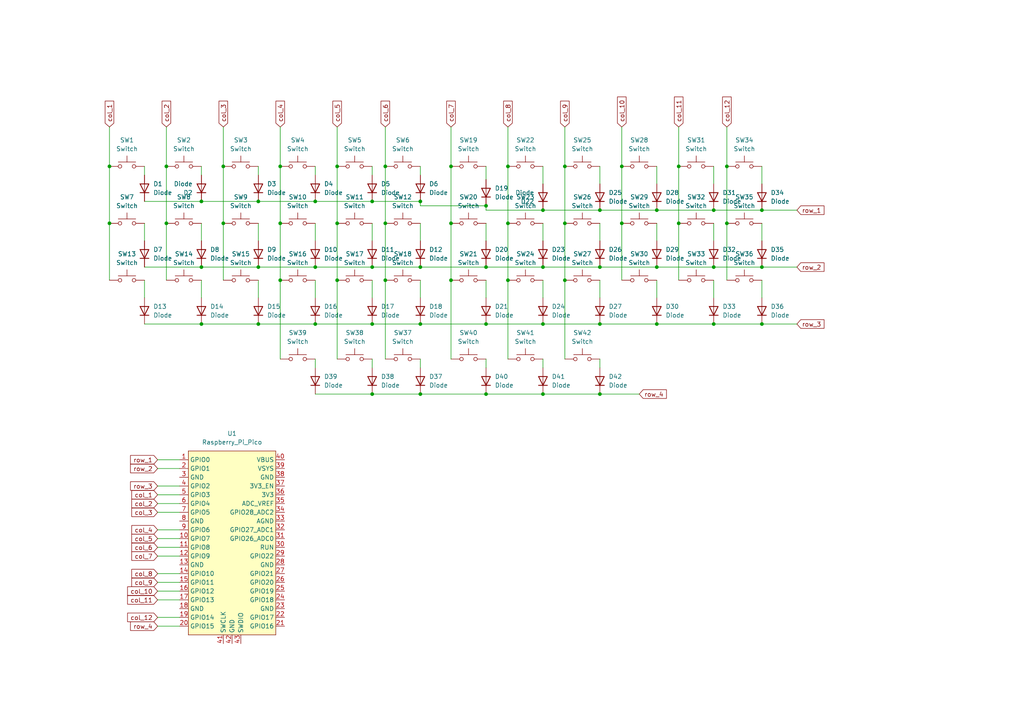
<source format=kicad_sch>
(kicad_sch (version 20231120) (generator "eeschema") (generator_version "8.0")
  (paper "A4")
  (lib_symbols
    (symbol "Keboards:MCU_Raspberry_Pi_Pico"
      (property "Reference" "U" (at 0 0 0))
      (property "Value" "Raspberry_Pi_Pico" (at 0 27.94 0))
      (symbol "MCU_Raspberry_Pi_Pico_0_1"
        (rectangle (start -12.7 26.67) (end 12.7 -26.67) (fill (type background)))
      )
      (symbol "MCU_Raspberry_Pi_Pico_1_1"
        (pin bidirectional line (at -15.24 24.13 0) (length 2.54) (name "GPIO0") (number "1"))
        (pin bidirectional line (at -15.24 1.27 0) (length 2.54) (name "GPIO7") (number "10"))
        (pin bidirectional line (at -15.24 -1.27 0) (length 2.54) (name "GPIO8") (number "11"))
        (pin bidirectional line (at -15.24 -3.81 0) (length 2.54) (name "GPIO9") (number "12"))
        (pin power_in line (at -15.24 -6.35 0) (length 2.54) (name "GND") (number "13"))
        (pin bidirectional line (at -15.24 -8.89 0) (length 2.54) (name "GPIO10") (number "14"))
        (pin bidirectional line (at -15.24 -11.43 0) (length 2.54) (name "GPIO11") (number "15"))
        (pin bidirectional line (at -15.24 -13.97 0) (length 2.54) (name "GPIO12") (number "16"))
        (pin bidirectional line (at -15.24 -16.51 0) (length 2.54) (name "GPIO13") (number "17"))
        (pin power_in line (at -15.24 -19.05 0) (length 2.54) (name "GND") (number "18"))
        (pin bidirectional line (at -15.24 -21.59 0) (length 2.54) (name "GPIO14") (number "19"))
        (pin bidirectional line (at -15.24 21.59 0) (length 2.54) (name "GPIO1") (number "2"))
        (pin bidirectional line (at -15.24 -24.13 0) (length 2.54) (name "GPIO15") (number "20"))
        (pin bidirectional line (at 15.24 -24.13 180) (length 2.54) (name "GPIO16") (number "21"))
        (pin bidirectional line (at 15.24 -21.59 180) (length 2.54) (name "GPIO17") (number "22"))
        (pin power_in line (at 15.24 -19.05 180) (length 2.54) (name "GND") (number "23"))
        (pin bidirectional line (at 15.24 -16.51 180) (length 2.54) (name "GPIO18") (number "24"))
        (pin bidirectional line (at 15.24 -13.97 180) (length 2.54) (name "GPIO19") (number "25"))
        (pin bidirectional line (at 15.24 -11.43 180) (length 2.54) (name "GPIO20") (number "26"))
        (pin bidirectional line (at 15.24 -8.89 180) (length 2.54) (name "GPIO21") (number "27"))
        (pin power_in line (at 15.24 -6.35 180) (length 2.54) (name "GND") (number "28"))
        (pin bidirectional line (at 15.24 -3.81 180) (length 2.54) (name "GPIO22") (number "29"))
        (pin power_in line (at -15.24 19.05 0) (length 2.54) (name "GND") (number "3"))
        (pin input line (at 15.24 -1.27 180) (length 2.54) (name "RUN") (number "30"))
        (pin bidirectional line (at 15.24 1.27 180) (length 2.54) (name "GPIO26_ADC0") (number "31"))
        (pin bidirectional line (at 15.24 3.81 180) (length 2.54) (name "GPIO27_ADC1") (number "32"))
        (pin power_in line (at 15.24 6.35 180) (length 2.54) (name "AGND") (number "33"))
        (pin bidirectional line (at 15.24 8.89 180) (length 2.54) (name "GPIO28_ADC2") (number "34"))
        (pin power_in line (at 15.24 11.43 180) (length 2.54) (name "ADC_VREF") (number "35"))
        (pin power_in line (at 15.24 13.97 180) (length 2.54) (name "3V3") (number "36"))
        (pin input line (at 15.24 16.51 180) (length 2.54) (name "3V3_EN") (number "37"))
        (pin bidirectional line (at 15.24 19.05 180) (length 2.54) (name "GND") (number "38"))
        (pin power_in line (at 15.24 21.59 180) (length 2.54) (name "VSYS") (number "39"))
        (pin bidirectional line (at -15.24 16.51 0) (length 2.54) (name "GPIO2") (number "4"))
        (pin power_in line (at 15.24 24.13 180) (length 2.54) (name "VBUS") (number "40"))
        (pin input line (at -2.54 -29.21 90) (length 2.54) (name "SWCLK") (number "41"))
        (pin power_in line (at 0 -29.21 90) (length 2.54) (name "GND") (number "42"))
        (pin bidirectional line (at 2.54 -29.21 90) (length 2.54) (name "SWDIO") (number "43"))
        (pin bidirectional line (at -15.24 13.97 0) (length 2.54) (name "GPIO3") (number "5"))
        (pin bidirectional line (at -15.24 11.43 0) (length 2.54) (name "GPIO4") (number "6"))
        (pin bidirectional line (at -15.24 8.89 0) (length 2.54) (name "GPIO5") (number "7"))
        (pin power_in line (at -15.24 6.35 0) (length 2.54) (name "GND") (number "8"))
        (pin bidirectional line (at -15.24 3.81 0) (length 2.54) (name "GPIO6") (number "9"))
      )
    )
    (symbol "Keboards:Placeholder_Diode" (pin_numbers hide) (pin_names hide)
      (property "Reference" "D" (at 0 2.54 0))
      (property "Value" "Diode" (at 0 -2.54 0))
      (symbol "Placeholder_Diode_0_1"
        (polyline (pts (xy -1.27 1.27) (xy -1.27 -1.27)) (stroke (width 0.254)))
        (polyline (pts (xy 1.27 0) (xy -1.27 0)))
        (polyline (pts (xy 1.27 1.27) (xy 1.27 -1.27) (xy -1.27 0) (xy 1.27 1.27)) (stroke (width 0.254)))
      )
      (symbol "Placeholder_Diode_1_1"
        (pin passive line (at -3.81 0 0) (length 2.54) (name "K") (number "1"))
        (pin passive line (at 3.81 0 180) (length 2.54) (name "A") (number "2"))
      )
    )
    (symbol "Keboards:Placeholder_Switch" (pin_numbers hide) (pin_names (offset 1.016) hide)
      (property "Reference" "SW" (at 1.27 2.54 0))
      (property "Value" "Switch" (at 0 -1.524 0))
      (symbol "Placeholder_Switch_0_1"
        (circle (center -2.032 0) (radius 0.508))
        (polyline (pts (xy 0 1.27) (xy 0 3.048)))
        (polyline (pts (xy 2.54 1.27) (xy -2.54 1.27)))
        (circle (center 2.032 0) (radius 0.508))
        (pin passive line (at -5.08 0 0) (length 2.54) (name "1") (number "1"))
        (pin passive line (at 5.08 0 180) (length 2.54) (name "2") (number "2"))
      )
    )
  )
  (junction (at 163.83 81.28))
  (junction (at 130.81 81.28))
  (junction (at 111.76 64.77))
  (junction (at 196.85 64.77))
  (junction (at 157.48 93.98))
  (junction (at 97.79 64.77))
  (junction (at 140.97 59.69))
  (junction (at 173.99 93.98))
  (junction (at 207.01 77.47))
  (junction (at 121.92 77.47))
  (junction (at 207.01 93.98))
  (junction (at 81.28 81.28))
  (junction (at 91.44 58.42))
  (junction (at 111.76 81.28))
  (junction (at 130.81 48.26))
  (junction (at 81.28 48.26))
  (junction (at 74.93 58.42))
  (junction (at 91.44 93.98))
  (junction (at 157.48 60.96))
  (junction (at 31.75 64.77))
  (junction (at 207.01 60.96))
  (junction (at 163.83 64.77))
  (junction (at 157.48 114.3))
  (junction (at 74.93 93.98))
  (junction (at 173.99 114.3))
  (junction (at 140.97 93.98))
  (junction (at 180.34 64.77))
  (junction (at 74.93 77.47))
  (junction (at 58.42 93.98))
  (junction (at 97.79 81.28))
  (junction (at 163.83 48.26))
  (junction (at 97.79 48.26))
  (junction (at 190.5 60.96))
  (junction (at 31.75 48.26))
  (junction (at 196.85 48.26))
  (junction (at 64.77 64.77))
  (junction (at 190.5 93.98))
  (junction (at 173.99 77.47))
  (junction (at 121.92 93.98))
  (junction (at 190.5 77.47))
  (junction (at 180.34 48.26))
  (junction (at 48.26 48.26))
  (junction (at 220.98 60.96))
  (junction (at 107.95 114.3))
  (junction (at 81.28 64.77))
  (junction (at 157.48 77.47))
  (junction (at 147.32 48.26))
  (junction (at 220.98 93.98))
  (junction (at 107.95 93.98))
  (junction (at 107.95 58.42))
  (junction (at 64.77 48.26))
  (junction (at 140.97 77.47))
  (junction (at 58.42 77.47))
  (junction (at 121.92 114.3))
  (junction (at 130.81 64.77))
  (junction (at 58.42 58.42))
  (junction (at 91.44 77.47))
  (junction (at 140.97 114.3))
  (junction (at 121.92 58.42))
  (junction (at 220.98 77.47))
  (junction (at 147.32 81.28))
  (junction (at 111.76 48.26))
  (junction (at 107.95 77.47))
  (junction (at 147.32 64.77))
  (junction (at 173.99 60.96))
  (junction (at 48.26 64.77))
  (junction (at 210.82 48.26))
  (junction (at 210.82 64.77))
  (wire (pts (xy 74.93 86.36) (xy 74.93 81.28)))
  (wire (pts (xy 81.28 48.26) (xy 81.28 64.77)))
  (wire (pts (xy 121.92 114.3) (xy 140.97 114.3)))
  (wire (pts (xy 107.95 69.85) (xy 107.95 64.77)))
  (wire (pts (xy 140.97 114.3) (xy 157.48 114.3)))
  (wire (pts (xy 31.75 36.83) (xy 31.75 48.26)))
  (wire (pts (xy 173.99 86.36) (xy 173.99 81.28)))
  (wire (pts (xy 140.97 77.47) (xy 157.48 77.47)))
  (wire (pts (xy 45.72 146.05) (xy 52.07 146.05)))
  (wire (pts (xy 45.72 158.75) (xy 52.07 158.75)))
  (wire (pts (xy 45.72 153.67) (xy 52.07 153.67)))
  (wire (pts (xy 190.5 93.98) (xy 207.01 93.98)))
  (wire (pts (xy 58.42 58.42) (xy 74.93 58.42)))
  (wire (pts (xy 97.79 48.26) (xy 97.79 64.77)))
  (wire (pts (xy 74.93 58.42) (xy 91.44 58.42)))
  (wire (pts (xy 45.72 173.99) (xy 52.07 173.99)))
  (wire (pts (xy 91.44 86.36) (xy 91.44 81.28)))
  (wire (pts (xy 91.44 50.8) (xy 91.44 48.26)))
  (wire (pts (xy 64.77 48.26) (xy 64.77 64.77)))
  (wire (pts (xy 107.95 93.98) (xy 121.92 93.98)))
  (wire (pts (xy 45.72 140.97) (xy 52.07 140.97)))
  (wire (pts (xy 121.92 86.36) (xy 121.92 81.28)))
  (wire (pts (xy 190.5 60.96) (xy 207.01 60.96)))
  (wire (pts (xy 58.42 93.98) (xy 74.93 93.98)))
  (wire (pts (xy 111.76 48.26) (xy 111.76 64.77)))
  (wire (pts (xy 45.72 171.45) (xy 52.07 171.45)))
  (wire (pts (xy 185.42 114.3) (xy 173.99 114.3)))
  (wire (pts (xy 173.99 77.47) (xy 190.5 77.47)))
  (wire (pts (xy 58.42 77.47) (xy 74.93 77.47)))
  (wire (pts (xy 173.99 93.98) (xy 190.5 93.98)))
  (wire (pts (xy 163.83 36.83) (xy 163.83 48.26)))
  (wire (pts (xy 74.93 77.47) (xy 91.44 77.47)))
  (wire (pts (xy 196.85 64.77) (xy 196.85 81.28)))
  (wire (pts (xy 121.92 58.42) (xy 121.92 59.69)))
  (wire (pts (xy 41.91 77.47) (xy 58.42 77.47)))
  (wire (pts (xy 121.92 50.8) (xy 121.92 48.26)))
  (wire (pts (xy 41.91 50.8) (xy 41.91 48.26)))
  (wire (pts (xy 173.99 69.85) (xy 173.99 64.77)))
  (wire (pts (xy 91.44 58.42) (xy 107.95 58.42)))
  (wire (pts (xy 111.76 36.83) (xy 111.76 48.26)))
  (wire (pts (xy 157.48 114.3) (xy 173.99 114.3)))
  (wire (pts (xy 48.26 48.26) (xy 48.26 64.77)))
  (wire (pts (xy 140.97 86.36) (xy 140.97 81.28)))
  (wire (pts (xy 130.81 64.77) (xy 130.81 81.28)))
  (wire (pts (xy 196.85 48.26) (xy 196.85 64.77)))
  (wire (pts (xy 207.01 69.85) (xy 207.01 64.77)))
  (wire (pts (xy 163.83 64.77) (xy 163.83 81.28)))
  (wire (pts (xy 111.76 64.77) (xy 111.76 81.28)))
  (wire (pts (xy 45.72 143.51) (xy 52.07 143.51)))
  (wire (pts (xy 231.14 60.96) (xy 220.98 60.96)))
  (wire (pts (xy 31.75 64.77) (xy 31.75 81.28)))
  (wire (pts (xy 107.95 58.42) (xy 121.92 58.42)))
  (wire (pts (xy 157.48 77.47) (xy 173.99 77.47)))
  (wire (pts (xy 220.98 86.36) (xy 220.98 81.28)))
  (wire (pts (xy 45.72 168.91) (xy 52.07 168.91)))
  (wire (pts (xy 190.5 77.47) (xy 207.01 77.47)))
  (wire (pts (xy 48.26 36.83) (xy 48.26 48.26)))
  (wire (pts (xy 31.75 48.26) (xy 31.75 64.77)))
  (wire (pts (xy 207.01 60.96) (xy 220.98 60.96)))
  (wire (pts (xy 210.82 64.77) (xy 210.82 81.28)))
  (wire (pts (xy 45.72 148.59) (xy 52.07 148.59)))
  (wire (pts (xy 140.97 93.98) (xy 157.48 93.98)))
  (wire (pts (xy 45.72 166.37) (xy 52.07 166.37)))
  (wire (pts (xy 107.95 50.8) (xy 107.95 48.26)))
  (wire (pts (xy 58.42 69.85) (xy 58.42 64.77)))
  (wire (pts (xy 64.77 36.83) (xy 64.77 48.26)))
  (wire (pts (xy 147.32 36.83) (xy 147.32 48.26)))
  (wire (pts (xy 140.97 106.68) (xy 140.97 104.14)))
  (wire (pts (xy 64.77 64.77) (xy 64.77 81.28)))
  (wire (pts (xy 190.5 69.85) (xy 190.5 64.77)))
  (wire (pts (xy 45.72 133.35) (xy 52.07 133.35)))
  (wire (pts (xy 173.99 106.68) (xy 173.99 104.14)))
  (wire (pts (xy 207.01 77.47) (xy 220.98 77.47)))
  (wire (pts (xy 207.01 53.34) (xy 207.01 48.26)))
  (wire (pts (xy 121.92 69.85) (xy 121.92 64.77)))
  (wire (pts (xy 140.97 52.07) (xy 140.97 48.26)))
  (wire (pts (xy 210.82 36.83) (xy 210.82 48.26)))
  (wire (pts (xy 45.72 135.89) (xy 52.07 135.89)))
  (wire (pts (xy 91.44 93.98) (xy 107.95 93.98)))
  (wire (pts (xy 74.93 50.8) (xy 74.93 48.26)))
  (wire (pts (xy 140.97 69.85) (xy 140.97 64.77)))
  (wire (pts (xy 107.95 114.3) (xy 121.92 114.3)))
  (wire (pts (xy 74.93 69.85) (xy 74.93 64.77)))
  (wire (pts (xy 74.93 93.98) (xy 91.44 93.98)))
  (wire (pts (xy 121.92 77.47) (xy 140.97 77.47)))
  (wire (pts (xy 91.44 77.47) (xy 107.95 77.47)))
  (wire (pts (xy 41.91 69.85) (xy 41.91 64.77)))
  (wire (pts (xy 107.95 86.36) (xy 107.95 81.28)))
  (wire (pts (xy 207.01 93.98) (xy 220.98 93.98)))
  (wire (pts (xy 91.44 69.85) (xy 91.44 64.77)))
  (wire (pts (xy 41.91 93.98) (xy 58.42 93.98)))
  (wire (pts (xy 180.34 48.26) (xy 180.34 64.77)))
  (wire (pts (xy 107.95 106.68) (xy 107.95 104.14)))
  (wire (pts (xy 130.81 81.28) (xy 130.81 104.14)))
  (wire (pts (xy 231.14 93.98) (xy 220.98 93.98)))
  (wire (pts (xy 58.42 50.8) (xy 58.42 48.26)))
  (wire (pts (xy 58.42 86.36) (xy 58.42 81.28)))
  (wire (pts (xy 111.76 81.28) (xy 111.76 104.14)))
  (wire (pts (xy 140.97 59.69) (xy 140.97 60.96)))
  (wire (pts (xy 41.91 58.42) (xy 58.42 58.42)))
  (wire (pts (xy 157.48 93.98) (xy 173.99 93.98)))
  (wire (pts (xy 190.5 53.34) (xy 190.5 48.26)))
  (wire (pts (xy 157.48 86.36) (xy 157.48 81.28)))
  (wire (pts (xy 45.72 181.61) (xy 52.07 181.61)))
  (wire (pts (xy 173.99 60.96) (xy 190.5 60.96)))
  (wire (pts (xy 220.98 77.47) (xy 231.14 77.47)))
  (wire (pts (xy 45.72 179.07) (xy 52.07 179.07)))
  (wire (pts (xy 130.81 36.83) (xy 130.81 48.26)))
  (wire (pts (xy 97.79 36.83) (xy 97.79 48.26)))
  (wire (pts (xy 81.28 36.83) (xy 81.28 48.26)))
  (wire (pts (xy 220.98 69.85) (xy 220.98 64.77)))
  (wire (pts (xy 220.98 53.34) (xy 220.98 48.26)))
  (wire (pts (xy 91.44 106.68) (xy 91.44 104.14)))
  (wire (pts (xy 97.79 81.28) (xy 97.79 104.14)))
  (wire (pts (xy 157.48 106.68) (xy 157.48 104.14)))
  (wire (pts (xy 107.95 77.47) (xy 121.92 77.47)))
  (wire (pts (xy 207.01 86.36) (xy 207.01 81.28)))
  (wire (pts (xy 157.48 69.85) (xy 157.48 64.77)))
  (wire (pts (xy 81.28 64.77) (xy 81.28 81.28)))
  (wire (pts (xy 45.72 161.29) (xy 52.07 161.29)))
  (wire (pts (xy 180.34 36.83) (xy 180.34 48.26)))
  (wire (pts (xy 163.83 81.28) (xy 163.83 104.14)))
  (wire (pts (xy 157.48 60.96) (xy 173.99 60.96)))
  (wire (pts (xy 147.32 81.28) (xy 147.32 104.14)))
  (wire (pts (xy 163.83 48.26) (xy 163.83 64.77)))
  (wire (pts (xy 196.85 36.83) (xy 196.85 48.26)))
  (wire (pts (xy 121.92 93.98) (xy 140.97 93.98)))
  (wire (pts (xy 48.26 64.77) (xy 48.26 81.28)))
  (wire (pts (xy 130.81 48.26) (xy 130.81 64.77)))
  (wire (pts (xy 121.92 106.68) (xy 121.92 104.14)))
  (wire (pts (xy 157.48 53.34) (xy 157.48 48.26)))
  (wire (pts (xy 173.99 53.34) (xy 173.99 48.26)))
  (wire (pts (xy 190.5 86.36) (xy 190.5 81.28)))
  (wire (pts (xy 81.28 81.28) (xy 81.28 104.14)))
  (wire (pts (xy 147.32 48.26) (xy 147.32 64.77)))
  (wire (pts (xy 147.32 64.77) (xy 147.32 81.28)))
  (wire (pts (xy 41.91 86.36) (xy 41.91 81.28)))
  (wire (pts (xy 91.44 114.3) (xy 107.95 114.3)))
  (wire (pts (xy 45.72 156.21) (xy 52.07 156.21)))
  (wire (pts (xy 140.97 60.96) (xy 157.48 60.96)))
  (wire (pts (xy 97.79 64.77) (xy 97.79 81.28)))
  (wire (pts (xy 210.82 48.26) (xy 210.82 64.77)))
  (wire (pts (xy 180.34 64.77) (xy 180.34 81.28)))
  (wire (pts (xy 121.92 59.69) (xy 140.97 59.69)))
  (global_label "col_6" (shape input) (at 111.76 36.83 90) (property "Intersheetrefs" "${INTERSHEET_REFS}" (effects (hide yes))))
  (global_label "col_11" (shape input) (at 196.85 36.83 90) (property "Intersheetrefs" "${INTERSHEET_REFS}" (effects (hide yes))))
  (global_label "col_6" (shape input) (at 45.72 158.75 180) (property "Intersheetrefs" "${INTERSHEET_REFS}" (effects (hide yes))))
  (global_label "col_10" (shape input) (at 180.34 36.83 90) (property "Intersheetrefs" "${INTERSHEET_REFS}" (effects (hide yes))))
  (global_label "col_9" (shape input) (at 45.72 168.91 180) (property "Intersheetrefs" "${INTERSHEET_REFS}" (effects (hide yes))))
  (global_label "row_2" (shape input) (at 45.72 135.89 180) (property "Intersheetrefs" "${INTERSHEET_REFS}" (effects (hide yes))))
  (global_label "col_12" (shape input) (at 45.72 179.07 180) (property "Intersheetrefs" "${INTERSHEET_REFS}" (effects (hide yes))))
  (global_label "col_2" (shape input) (at 45.72 146.05 180) (property "Intersheetrefs" "${INTERSHEET_REFS}" (effects (hide yes))))
  (global_label "row_3" (shape input) (at 231.14 93.98 0) (property "Intersheetrefs" "${INTERSHEET_REFS}" (effects (hide yes))))
  (global_label "col_10" (shape input) (at 45.72 171.45 180) (property "Intersheetrefs" "${INTERSHEET_REFS}" (effects (hide yes))))
  (global_label "col_2" (shape input) (at 48.26 36.83 90) (property "Intersheetrefs" "${INTERSHEET_REFS}" (effects (hide yes))))
  (global_label "col_4" (shape input) (at 81.28 36.83 90) (property "Intersheetrefs" "${INTERSHEET_REFS}" (effects (hide yes))))
  (global_label "col_3" (shape input) (at 45.72 148.59 180) (property "Intersheetrefs" "${INTERSHEET_REFS}" (effects (hide yes))))
  (global_label "col_5" (shape input) (at 45.72 156.21 180) (property "Intersheetrefs" "${INTERSHEET_REFS}" (effects (hide yes))))
  (global_label "col_9" (shape input) (at 163.83 36.83 90) (property "Intersheetrefs" "${INTERSHEET_REFS}" (effects (hide yes))))
  (global_label "col_1" (shape input) (at 31.75 36.83 90) (property "Intersheetrefs" "${INTERSHEET_REFS}" (effects (hide yes))))
  (global_label "col_5" (shape input) (at 97.79 36.83 90) (property "Intersheetrefs" "${INTERSHEET_REFS}" (effects (hide yes))))
  (global_label "col_8" (shape input) (at 147.32 36.83 90) (property "Intersheetrefs" "${INTERSHEET_REFS}" (effects (hide yes))))
  (global_label "row_4" (shape input) (at 45.72 181.61 180) (property "Intersheetrefs" "${INTERSHEET_REFS}" (effects (hide yes))))
  (global_label "row_1" (shape input) (at 45.72 133.35 180) (property "Intersheetrefs" "${INTERSHEET_REFS}" (effects (hide yes))))
  (global_label "row_4" (shape input) (at 185.42 114.3 0) (property "Intersheetrefs" "${INTERSHEET_REFS}" (effects (hide yes))))
  (global_label "col_3" (shape input) (at 64.77 36.83 90) (property "Intersheetrefs" "${INTERSHEET_REFS}" (effects (hide yes))))
  (global_label "col_8" (shape input) (at 45.72 166.37 180) (property "Intersheetrefs" "${INTERSHEET_REFS}" (effects (hide yes))))
  (global_label "col_7" (shape input) (at 130.81 36.83 90) (property "Intersheetrefs" "${INTERSHEET_REFS}" (effects (hide yes))))
  (global_label "col_7" (shape input) (at 45.72 161.29 180) (property "Intersheetrefs" "${INTERSHEET_REFS}" (effects (hide yes))))
  (global_label "col_11" (shape input) (at 45.72 173.99 180) (property "Intersheetrefs" "${INTERSHEET_REFS}" (effects (hide yes))))
  (global_label "row_2" (shape input) (at 231.14 77.47 0) (property "Intersheetrefs" "${INTERSHEET_REFS}" (effects (hide yes))))
  (global_label "col_12" (shape input) (at 210.82 36.83 90) (property "Intersheetrefs" "${INTERSHEET_REFS}" (effects (hide yes))))
  (global_label "col_4" (shape input) (at 45.72 153.67 180) (property "Intersheetrefs" "${INTERSHEET_REFS}" (effects (hide yes))))
  (global_label "col_1" (shape input) (at 45.72 143.51 180) (property "Intersheetrefs" "${INTERSHEET_REFS}" (effects (hide yes))))
  (global_label "row_3" (shape input) (at 45.72 140.97 180) (property "Intersheetrefs" "${INTERSHEET_REFS}" (effects (hide yes))))
  (global_label "row_1" (shape input) (at 231.14 60.96 0) (property "Intersheetrefs" "${INTERSHEET_REFS}" (effects (hide yes))))
  (symbol (lib_id "Keboards:Placeholder_Diode") (at 74.93 90.17 90) (unit 1)
    (property "Reference" "D15" (at 77.47 88.8999 90) (effects (justify right)))
    (property "Value" "Diode" (at 77.47 91.4399 90) (effects (justify right)))
    (property "Footprint" "ScottoKeebs_Components:Diode_SOD-123" (effects (hide yes)))
    (property "Description" "1N4148 (DO-35) or 1N4148W (SOD-123)" (effects (hide yes)))
    (property "Sim.Device" "D" (effects (hide yes)))
    (property "Sim.Pins" "1=K 2=A" (effects (hide yes)))
  )
  (symbol (lib_id "Keboards:Placeholder_Diode") (at 74.93 73.66 90) (unit 1)
    (property "Reference" "D9" (at 77.47 72.3899 90) (effects (justify right)))
    (property "Value" "Diode" (at 77.47 74.9299 90) (effects (justify right)))
    (property "Footprint" "ScottoKeebs_Components:Diode_SOD-123" (effects (hide yes)))
    (property "Description" "1N4148 (DO-35) or 1N4148W (SOD-123)" (effects (hide yes)))
    (property "Sim.Device" "D" (effects (hide yes)))
    (property "Sim.Pins" "1=K 2=A" (effects (hide yes)))
  )
  (symbol (lib_id "Keboards:Placeholder_Switch") (at 168.91 81.28 0) (unit 1)
    (property "Reference" "SW27" (at 168.91 73.66 0))
    (property "Value" "Switch" (at 168.91 76.2 0))
    (property "Footprint" "ScottoKeebs_Hotswap:Hotswap_MX_1.00u" (effects (hide yes)))
    (property "Description" "Push button switch, generic, two pins" (effects (hide yes)))
  )
  (symbol (lib_id "Keboards:Placeholder_Diode") (at 107.95 90.17 90) (unit 1)
    (property "Reference" "D17" (at 110.49 88.8999 90) (effects (justify right)))
    (property "Value" "Diode" (at 110.49 91.4399 90) (effects (justify right)))
    (property "Footprint" "ScottoKeebs_Components:Diode_SOD-123" (effects (hide yes)))
    (property "Description" "1N4148 (DO-35) or 1N4148W (SOD-123)" (effects (hide yes)))
    (property "Sim.Device" "D" (effects (hide yes)))
    (property "Sim.Pins" "1=K 2=A" (effects (hide yes)))
  )
  (symbol (lib_id "Keboards:Placeholder_Diode") (at 190.5 57.15 90) (unit 1)
    (property "Reference" "D28" (at 193.04 55.8799 90) (effects (justify right)))
    (property "Value" "Diode" (at 193.04 58.4199 90) (effects (justify right)))
    (property "Footprint" "ScottoKeebs_Components:Diode_SOD-123" (effects (hide yes)))
    (property "Description" "1N4148 (DO-35) or 1N4148W (SOD-123)" (effects (hide yes)))
    (property "Sim.Device" "D" (effects (hide yes)))
    (property "Sim.Pins" "1=K 2=A" (effects (hide yes)))
  )
  (symbol (lib_id "Keboards:Placeholder_Diode") (at 121.92 90.17 90) (unit 1)
    (property "Reference" "D18" (at 124.46 88.8999 90) (effects (justify right)))
    (property "Value" "Diode" (at 124.46 91.4399 90) (effects (justify right)))
    (property "Footprint" "ScottoKeebs_Components:Diode_SOD-123" (effects (hide yes)))
    (property "Description" "1N4148 (DO-35) or 1N4148W (SOD-123)" (effects (hide yes)))
    (property "Sim.Device" "D" (effects (hide yes)))
    (property "Sim.Pins" "1=K 2=A" (effects (hide yes)))
  )
  (symbol (lib_id "Keboards:Placeholder_Diode") (at 58.42 54.61 90) (unit 1)
    (property "Reference" "D2" (at 55.88 55.8801 90) (effects (justify left)))
    (property "Value" "Diode" (at 55.88 53.3401 90) (effects (justify left)))
    (property "Footprint" "ScottoKeebs_Components:Diode_SOD-123" (effects (hide yes)))
    (property "Description" "1N4148 (DO-35) or 1N4148W (SOD-123)" (effects (hide yes)))
    (property "Sim.Device" "D" (effects (hide yes)))
    (property "Sim.Pins" "1=K 2=A" (effects (hide yes)))
  )
  (symbol (lib_id "Keboards:Placeholder_Diode") (at 173.99 73.66 90) (unit 1)
    (property "Reference" "D26" (at 176.53 72.3899 90) (effects (justify right)))
    (property "Value" "Diode" (at 176.53 74.9299 90) (effects (justify right)))
    (property "Footprint" "ScottoKeebs_Components:Diode_SOD-123" (effects (hide yes)))
    (property "Description" "1N4148 (DO-35) or 1N4148W (SOD-123)" (effects (hide yes)))
    (property "Sim.Device" "D" (effects (hide yes)))
    (property "Sim.Pins" "1=K 2=A" (effects (hide yes)))
  )
  (symbol (lib_id "Keboards:Placeholder_Diode") (at 74.93 54.61 90) (unit 1)
    (property "Reference" "D3" (at 77.47 53.3399 90) (effects (justify right)))
    (property "Value" "Diode" (at 77.47 55.8799 90) (effects (justify right)))
    (property "Footprint" "ScottoKeebs_Components:Diode_SOD-123" (effects (hide yes)))
    (property "Description" "1N4148 (DO-35) or 1N4148W (SOD-123)" (effects (hide yes)))
    (property "Sim.Device" "D" (effects (hide yes)))
    (property "Sim.Pins" "1=K 2=A" (effects (hide yes)))
  )
  (symbol (lib_id "Keboards:Placeholder_Diode") (at 121.92 110.49 90) (unit 1)
    (property "Reference" "D37" (at 124.46 109.2199 90) (effects (justify right)))
    (property "Value" "Diode" (at 124.46 111.7599 90) (effects (justify right)))
    (property "Footprint" "ScottoKeebs_Components:Diode_SOD-123" (effects (hide yes)))
    (property "Description" "1N4148 (DO-35) or 1N4148W (SOD-123)" (effects (hide yes)))
    (property "Sim.Device" "D" (effects (hide yes)))
    (property "Sim.Pins" "1=K 2=A" (effects (hide yes)))
  )
  (symbol (lib_id "Keboards:Placeholder_Diode") (at 157.48 90.17 90) (unit 1)
    (property "Reference" "D24" (at 160.02 88.8999 90) (effects (justify right)))
    (property "Value" "Diode" (at 160.02 91.4399 90) (effects (justify right)))
    (property "Footprint" "ScottoKeebs_Components:Diode_SOD-123" (effects (hide yes)))
    (property "Description" "1N4148 (DO-35) or 1N4148W (SOD-123)" (effects (hide yes)))
    (property "Sim.Device" "D" (effects (hide yes)))
    (property "Sim.Pins" "1=K 2=A" (effects (hide yes)))
  )
  (symbol (lib_id "Keboards:Placeholder_Switch") (at 152.4 81.28 0) (unit 1)
    (property "Reference" "SW24" (at 152.4 73.66 0))
    (property "Value" "Switch" (at 152.4 76.2 0))
    (property "Footprint" "ScottoKeebs_Hotswap:Hotswap_MX_1.00u" (effects (hide yes)))
    (property "Description" "Push button switch, generic, two pins" (effects (hide yes)))
  )
  (symbol (lib_id "Keboards:Placeholder_Diode") (at 41.91 73.66 90) (unit 1)
    (property "Reference" "D7" (at 44.45 72.3899 90) (effects (justify right)))
    (property "Value" "Diode" (at 44.45 74.9299 90) (effects (justify right)))
    (property "Footprint" "ScottoKeebs_Components:Diode_SOD-123" (effects (hide yes)))
    (property "Description" "1N4148 (DO-35) or 1N4148W (SOD-123)" (effects (hide yes)))
    (property "Sim.Device" "D" (effects (hide yes)))
    (property "Sim.Pins" "1=K 2=A" (effects (hide yes)))
  )
  (symbol (lib_id "Keboards:Placeholder_Switch") (at 201.93 64.77 0) (unit 1)
    (property "Reference" "SW32" (at 201.93 57.15 0))
    (property "Value" "Switch" (at 201.93 59.69 0))
    (property "Footprint" "ScottoKeebs_Hotswap:Hotswap_MX_1.00u" (effects (hide yes)))
    (property "Description" "Push button switch, generic, two pins" (effects (hide yes)))
  )
  (symbol (lib_id "Keboards:Placeholder_Diode") (at 157.48 57.15 90) (unit 1)
    (property "Reference" "D22" (at 154.94 58.4201 90) (effects (justify left)))
    (property "Value" "Diode" (at 154.94 55.8801 90) (effects (justify left)))
    (property "Footprint" "ScottoKeebs_Components:Diode_SOD-123" (effects (hide yes)))
    (property "Description" "1N4148 (DO-35) or 1N4148W (SOD-123)" (effects (hide yes)))
    (property "Sim.Device" "D" (effects (hide yes)))
    (property "Sim.Pins" "1=K 2=A" (effects (hide yes)))
  )
  (symbol (lib_id "Keboards:Placeholder_Switch") (at 53.34 48.26 0) (unit 1)
    (property "Reference" "SW2" (at 53.34 40.64 0))
    (property "Value" "Switch" (at 53.34 43.18 0))
    (property "Footprint" "ScottoKeebs_Hotswap:Hotswap_MX_1.00u" (effects (hide yes)))
    (property "Description" "Push button switch, generic, two pins" (effects (hide yes)))
  )
  (symbol (lib_id "Keboards:Placeholder_Diode") (at 107.95 54.61 90) (unit 1)
    (property "Reference" "D5" (at 110.49 53.3399 90) (effects (justify right)))
    (property "Value" "Diode" (at 110.49 55.8799 90) (effects (justify right)))
    (property "Footprint" "ScottoKeebs_Components:Diode_SOD-123" (effects (hide yes)))
    (property "Description" "1N4148 (DO-35) or 1N4148W (SOD-123)" (effects (hide yes)))
    (property "Sim.Device" "D" (effects (hide yes)))
    (property "Sim.Pins" "1=K 2=A" (effects (hide yes)))
  )
  (symbol (lib_id "Keboards:Placeholder_Diode") (at 121.92 54.61 90) (unit 1)
    (property "Reference" "D6" (at 124.46 53.3399 90) (effects (justify right)))
    (property "Value" "Diode" (at 124.46 55.8799 90) (effects (justify right)))
    (property "Footprint" "ScottoKeebs_Components:Diode_SOD-123" (effects (hide yes)))
    (property "Description" "1N4148 (DO-35) or 1N4148W (SOD-123)" (effects (hide yes)))
    (property "Sim.Device" "D" (effects (hide yes)))
    (property "Sim.Pins" "1=K 2=A" (effects (hide yes)))
  )
  (symbol (lib_id "Keboards:Placeholder_Diode") (at 91.44 110.49 90) (unit 1)
    (property "Reference" "D39" (at 93.98 109.2199 90) (effects (justify right)))
    (property "Value" "Diode" (at 93.98 111.7599 90) (effects (justify right)))
    (property "Footprint" "ScottoKeebs_Components:Diode_SOD-123" (effects (hide yes)))
    (property "Description" "1N4148 (DO-35) or 1N4148W (SOD-123)" (effects (hide yes)))
    (property "Sim.Device" "D" (effects (hide yes)))
    (property "Sim.Pins" "1=K 2=A" (effects (hide yes)))
  )
  (symbol (lib_id "Keboards:Placeholder_Diode") (at 121.92 73.66 90) (unit 1)
    (property "Reference" "D12" (at 124.46 72.3899 90) (effects (justify right)))
    (property "Value" "Diode" (at 124.46 74.9299 90) (effects (justify right)))
    (property "Footprint" "ScottoKeebs_Components:Diode_SOD-123" (effects (hide yes)))
    (property "Description" "1N4148 (DO-35) or 1N4148W (SOD-123)" (effects (hide yes)))
    (property "Sim.Device" "D" (effects (hide yes)))
    (property "Sim.Pins" "1=K 2=A" (effects (hide yes)))
  )
  (symbol (lib_id "Keboards:MCU_Raspberry_Pi_Pico") (at 67.31 157.48 0) (unit 1)
    (property "Reference" "U1" (at 67.31 125.73 0))
    (property "Value" "Raspberry_Pi_Pico" (at 67.31 128.27 0))
    (property "Footprint" "ScottoKeebs_MCU:Raspberry_Pi_Pico" (effects (hide yes)))
  )
  (symbol (lib_id "Keboards:Placeholder_Switch") (at 116.84 104.14 0) (unit 1)
    (property "Reference" "SW37" (at 116.84 96.52 0))
    (property "Value" "Switch" (at 116.84 99.06 0))
    (property "Footprint" "ScottoKeebs_Hotswap:Hotswap_MX_1.00u" (effects (hide yes)))
    (property "Description" "Push button switch, generic, two pins" (effects (hide yes)))
  )
  (symbol (lib_id "Keboards:Placeholder_Diode") (at 220.98 57.15 90) (unit 1)
    (property "Reference" "D34" (at 223.52 55.8799 90) (effects (justify right)))
    (property "Value" "Diode" (at 223.52 58.4199 90) (effects (justify right)))
    (property "Footprint" "ScottoKeebs_Components:Diode_SOD-123" (effects (hide yes)))
    (property "Description" "1N4148 (DO-35) or 1N4148W (SOD-123)" (effects (hide yes)))
    (property "Sim.Device" "D" (effects (hide yes)))
    (property "Sim.Pins" "1=K 2=A" (effects (hide yes)))
  )
  (symbol (lib_id "Keboards:Placeholder_Switch") (at 116.84 48.26 0) (unit 1)
    (property "Reference" "SW6" (at 116.84 40.64 0))
    (property "Value" "Switch" (at 116.84 43.18 0))
    (property "Footprint" "ScottoKeebs_Hotswap:Hotswap_MX_1.00u" (effects (hide yes)))
    (property "Description" "Push button switch, generic, two pins" (effects (hide yes)))
  )
  (symbol (lib_id "Keboards:Placeholder_Switch") (at 185.42 81.28 0) (unit 1)
    (property "Reference" "SW30" (at 185.42 73.66 0))
    (property "Value" "Switch" (at 185.42 76.2 0))
    (property "Footprint" "ScottoKeebs_Hotswap:Hotswap_MX_1.00u" (effects (hide yes)))
    (property "Description" "Push button switch, generic, two pins" (effects (hide yes)))
  )
  (symbol (lib_id "Keboards:Placeholder_Diode") (at 91.44 73.66 90) (unit 1)
    (property "Reference" "D10" (at 93.98 72.3899 90) (effects (justify right)))
    (property "Value" "Diode" (at 93.98 74.9299 90) (effects (justify right)))
    (property "Footprint" "ScottoKeebs_Components:Diode_SOD-123" (effects (hide yes)))
    (property "Description" "1N4148 (DO-35) or 1N4148W (SOD-123)" (effects (hide yes)))
    (property "Sim.Device" "D" (effects (hide yes)))
    (property "Sim.Pins" "1=K 2=A" (effects (hide yes)))
  )
  (symbol (lib_id "Keboards:Placeholder_Switch") (at 69.85 64.77 0) (unit 1)
    (property "Reference" "SW9" (at 69.85 57.15 0))
    (property "Value" "Switch" (at 69.85 59.69 0))
    (property "Footprint" "ScottoKeebs_Hotswap:Hotswap_MX_1.00u" (effects (hide yes)))
    (property "Description" "Push button switch, generic, two pins" (effects (hide yes)))
  )
  (symbol (lib_id "Keboards:Placeholder_Diode") (at 91.44 90.17 90) (unit 1)
    (property "Reference" "D16" (at 93.98 88.8999 90) (effects (justify right)))
    (property "Value" "Diode" (at 93.98 91.4399 90) (effects (justify right)))
    (property "Footprint" "ScottoKeebs_Components:Diode_SOD-123" (effects (hide yes)))
    (property "Description" "1N4148 (DO-35) or 1N4148W (SOD-123)" (effects (hide yes)))
    (property "Sim.Device" "D" (effects (hide yes)))
    (property "Sim.Pins" "1=K 2=A" (effects (hide yes)))
  )
  (symbol (lib_id "Keboards:Placeholder_Switch") (at 152.4 48.26 0) (unit 1)
    (property "Reference" "SW22" (at 152.4 40.64 0))
    (property "Value" "Switch" (at 152.4 43.18 0))
    (property "Footprint" "ScottoKeebs_Hotswap:Hotswap_MX_1.00u" (effects (hide yes)))
    (property "Description" "Push button switch, generic, two pins" (effects (hide yes)))
  )
  (symbol (lib_id "Keboards:Placeholder_Switch") (at 185.42 48.26 0) (unit 1)
    (property "Reference" "SW28" (at 185.42 40.64 0))
    (property "Value" "Switch" (at 185.42 43.18 0))
    (property "Footprint" "ScottoKeebs_Hotswap:Hotswap_MX_1.00u" (effects (hide yes)))
    (property "Description" "Push button switch, generic, two pins" (effects (hide yes)))
  )
  (symbol (lib_id "Keboards:Placeholder_Switch") (at 168.91 104.14 0) (unit 1)
    (property "Reference" "SW42" (at 168.91 96.52 0))
    (property "Value" "Switch" (at 168.91 99.06 0))
    (property "Footprint" "ScottoKeebs_Hotswap:Hotswap_MX_1.00u" (effects (hide yes)))
    (property "Description" "Push button switch, generic, two pins" (effects (hide yes)))
  )
  (symbol (lib_id "Keboards:Placeholder_Switch") (at 86.36 64.77 0) (unit 1)
    (property "Reference" "SW10" (at 86.36 57.15 0))
    (property "Value" "Switch" (at 86.36 59.69 0))
    (property "Footprint" "ScottoKeebs_Hotswap:Hotswap_MX_1.00u" (effects (hide yes)))
    (property "Description" "Push button switch, generic, two pins" (effects (hide yes)))
  )
  (symbol (lib_id "Keboards:Placeholder_Diode") (at 140.97 90.17 90) (unit 1)
    (property "Reference" "D21" (at 143.51 88.8999 90) (effects (justify right)))
    (property "Value" "Diode" (at 143.51 91.4399 90) (effects (justify right)))
    (property "Footprint" "ScottoKeebs_Components:Diode_SOD-123" (effects (hide yes)))
    (property "Description" "1N4148 (DO-35) or 1N4148W (SOD-123)" (effects (hide yes)))
    (property "Sim.Device" "D" (effects (hide yes)))
    (property "Sim.Pins" "1=K 2=A" (effects (hide yes)))
  )
  (symbol (lib_id "Keboards:Placeholder_Switch") (at 152.4 64.77 0) (unit 1)
    (property "Reference" "SW23" (at 152.4 57.15 0))
    (property "Value" "Switch" (at 152.4 59.69 0))
    (property "Footprint" "ScottoKeebs_Hotswap:Hotswap_MX_1.00u" (effects (hide yes)))
    (property "Description" "Push button switch, generic, two pins" (effects (hide yes)))
  )
  (symbol (lib_id "Keboards:Placeholder_Diode") (at 173.99 110.49 90) (unit 1)
    (property "Reference" "D42" (at 176.53 109.2199 90) (effects (justify right)))
    (property "Value" "Diode" (at 176.53 111.7599 90) (effects (justify right)))
    (property "Footprint" "ScottoKeebs_Components:Diode_SOD-123" (effects (hide yes)))
    (property "Description" "1N4148 (DO-35) or 1N4148W (SOD-123)" (effects (hide yes)))
    (property "Sim.Device" "D" (effects (hide yes)))
    (property "Sim.Pins" "1=K 2=A" (effects (hide yes)))
  )
  (symbol (lib_id "Keboards:Placeholder_Diode") (at 157.48 73.66 90) (unit 1)
    (property "Reference" "D23" (at 160.02 72.3899 90) (effects (justify right)))
    (property "Value" "Diode" (at 160.02 74.9299 90) (effects (justify right)))
    (property "Footprint" "ScottoKeebs_Components:Diode_SOD-123" (effects (hide yes)))
    (property "Description" "1N4148 (DO-35) or 1N4148W (SOD-123)" (effects (hide yes)))
    (property "Sim.Device" "D" (effects (hide yes)))
    (property "Sim.Pins" "1=K 2=A" (effects (hide yes)))
  )
  (symbol (lib_id "Keboards:Placeholder_Diode") (at 41.91 90.17 90) (unit 1)
    (property "Reference" "D13" (at 44.45 88.8999 90) (effects (justify right)))
    (property "Value" "Diode" (at 44.45 91.4399 90) (effects (justify right)))
    (property "Footprint" "ScottoKeebs_Components:Diode_SOD-123" (effects (hide yes)))
    (property "Description" "1N4148 (DO-35) or 1N4148W (SOD-123)" (effects (hide yes)))
    (property "Sim.Device" "D" (effects (hide yes)))
    (property "Sim.Pins" "1=K 2=A" (effects (hide yes)))
  )
  (symbol (lib_id "Keboards:Placeholder_Switch") (at 116.84 81.28 0) (unit 1)
    (property "Reference" "SW18" (at 116.84 73.66 0))
    (property "Value" "Switch" (at 116.84 76.2 0))
    (property "Footprint" "ScottoKeebs_Hotswap:Hotswap_MX_1.00u" (effects (hide yes)))
    (property "Description" "Push button switch, generic, two pins" (effects (hide yes)))
  )
  (symbol (lib_id "Keboards:Placeholder_Diode") (at 220.98 73.66 90) (unit 1)
    (property "Reference" "D35" (at 223.52 72.3899 90) (effects (justify right)))
    (property "Value" "Diode" (at 223.52 74.9299 90) (effects (justify right)))
    (property "Footprint" "ScottoKeebs_Components:Diode_SOD-123" (effects (hide yes)))
    (property "Description" "1N4148 (DO-35) or 1N4148W (SOD-123)" (effects (hide yes)))
    (property "Sim.Device" "D" (effects (hide yes)))
    (property "Sim.Pins" "1=K 2=A" (effects (hide yes)))
  )
  (symbol (lib_id "Keboards:Placeholder_Diode") (at 58.42 73.66 90) (unit 1)
    (property "Reference" "D8" (at 60.96 72.3899 90) (effects (justify right)))
    (property "Value" "Diode" (at 60.96 74.9299 90) (effects (justify right)))
    (property "Footprint" "ScottoKeebs_Components:Diode_SOD-123" (effects (hide yes)))
    (property "Description" "1N4148 (DO-35) or 1N4148W (SOD-123)" (effects (hide yes)))
    (property "Sim.Device" "D" (effects (hide yes)))
    (property "Sim.Pins" "1=K 2=A" (effects (hide yes)))
  )
  (symbol (lib_id "Keboards:Placeholder_Diode") (at 173.99 90.17 90) (unit 1)
    (property "Reference" "D27" (at 176.53 88.8999 90) (effects (justify right)))
    (property "Value" "Diode" (at 176.53 91.4399 90) (effects (justify right)))
    (property "Footprint" "ScottoKeebs_Components:Diode_SOD-123" (effects (hide yes)))
    (property "Description" "1N4148 (DO-35) or 1N4148W (SOD-123)" (effects (hide yes)))
    (property "Sim.Device" "D" (effects (hide yes)))
    (property "Sim.Pins" "1=K 2=A" (effects (hide yes)))
  )
  (symbol (lib_id "Keboards:Placeholder_Diode") (at 157.48 110.49 90) (unit 1)
    (property "Reference" "D41" (at 160.02 109.2199 90) (effects (justify right)))
    (property "Value" "Diode" (at 160.02 111.7599 90) (effects (justify right)))
    (property "Footprint" "ScottoKeebs_Components:Diode_SOD-123" (effects (hide yes)))
    (property "Description" "1N4148 (DO-35) or 1N4148W (SOD-123)" (effects (hide yes)))
    (property "Sim.Device" "D" (effects (hide yes)))
    (property "Sim.Pins" "1=K 2=A" (effects (hide yes)))
  )
  (symbol (lib_id "Keboards:Placeholder_Diode") (at 190.5 73.66 90) (unit 1)
    (property "Reference" "D29" (at 193.04 72.3899 90) (effects (justify right)))
    (property "Value" "Diode" (at 193.04 74.9299 90) (effects (justify right)))
    (property "Footprint" "ScottoKeebs_Components:Diode_SOD-123" (effects (hide yes)))
    (property "Description" "1N4148 (DO-35) or 1N4148W (SOD-123)" (effects (hide yes)))
    (property "Sim.Device" "D" (effects (hide yes)))
    (property "Sim.Pins" "1=K 2=A" (effects (hide yes)))
  )
  (symbol (lib_id "Keboards:Placeholder_Switch") (at 135.89 81.28 0) (unit 1)
    (property "Reference" "SW21" (at 135.89 73.66 0))
    (property "Value" "Switch" (at 135.89 76.2 0))
    (property "Footprint" "ScottoKeebs_Hotswap:Hotswap_MX_1.00u" (effects (hide yes)))
    (property "Description" "Push button switch, generic, two pins" (effects (hide yes)))
  )
  (symbol (lib_id "Keboards:Placeholder_Switch") (at 135.89 64.77 0) (unit 1)
    (property "Reference" "SW20" (at 135.89 57.15 0))
    (property "Value" "Switch" (at 135.89 59.69 0))
    (property "Footprint" "ScottoKeebs_Hotswap:Hotswap_MX_1.00u" (effects (hide yes)))
    (property "Description" "Push button switch, generic, two pins" (effects (hide yes)))
  )
  (symbol (lib_id "Keboards:Placeholder_Switch") (at 36.83 48.26 0) (unit 1)
    (property "Reference" "SW1" (at 36.83 40.64 0))
    (property "Value" "Switch" (at 36.83 43.18 0))
    (property "Footprint" "ScottoKeebs_Hotswap:Hotswap_MX_1.00u" (effects (hide yes)))
    (property "Description" "Push button switch, generic, two pins" (effects (hide yes)))
  )
  (symbol (lib_id "Keboards:Placeholder_Diode") (at 207.01 57.15 90) (unit 1)
    (property "Reference" "D31" (at 209.55 55.8799 90) (effects (justify right)))
    (property "Value" "Diode" (at 209.55 58.4199 90) (effects (justify right)))
    (property "Footprint" "ScottoKeebs_Components:Diode_SOD-123" (effects (hide yes)))
    (property "Description" "1N4148 (DO-35) or 1N4148W (SOD-123)" (effects (hide yes)))
    (property "Sim.Device" "D" (effects (hide yes)))
    (property "Sim.Pins" "1=K 2=A" (effects (hide yes)))
  )
  (symbol (lib_id "Keboards:Placeholder_Diode") (at 207.01 73.66 90) (unit 1)
    (property "Reference" "D32" (at 209.55 72.3899 90) (effects (justify right)))
    (property "Value" "Diode" (at 209.55 74.9299 90) (effects (justify right)))
    (property "Footprint" "ScottoKeebs_Components:Diode_SOD-123" (effects (hide yes)))
    (property "Description" "1N4148 (DO-35) or 1N4148W (SOD-123)" (effects (hide yes)))
    (property "Sim.Device" "D" (effects (hide yes)))
    (property "Sim.Pins" "1=K 2=A" (effects (hide yes)))
  )
  (symbol (lib_id "Keboards:Placeholder_Diode") (at 107.95 110.49 90) (unit 1)
    (property "Reference" "D38" (at 110.49 109.2199 90) (effects (justify right)))
    (property "Value" "Diode" (at 110.49 111.7599 90) (effects (justify right)))
    (property "Footprint" "ScottoKeebs_Components:Diode_SOD-123" (effects (hide yes)))
    (property "Description" "1N4148 (DO-35) or 1N4148W (SOD-123)" (effects (hide yes)))
    (property "Sim.Device" "D" (effects (hide yes)))
    (property "Sim.Pins" "1=K 2=A" (effects (hide yes)))
  )
  (symbol (lib_id "Keboards:Placeholder_Diode") (at 41.91 54.61 90) (unit 1)
    (property "Reference" "D1" (at 44.45 53.3399 90) (effects (justify right)))
    (property "Value" "Diode" (at 44.45 55.8799 90) (effects (justify right)))
    (property "Footprint" "ScottoKeebs_Components:Diode_SOD-123" (effects (hide yes)))
    (property "Description" "1N4148 (DO-35) or 1N4148W (SOD-123)" (effects (hide yes)))
    (property "Sim.Device" "D" (effects (hide yes)))
    (property "Sim.Pins" "1=K 2=A" (effects (hide yes)))
  )
  (symbol (lib_id "Keboards:Placeholder_Switch") (at 201.93 81.28 0) (unit 1)
    (property "Reference" "SW33" (at 201.93 73.66 0))
    (property "Value" "Switch" (at 201.93 76.2 0))
    (property "Footprint" "ScottoKeebs_Hotswap:Hotswap_MX_1.00u" (effects (hide yes)))
    (property "Description" "Push button switch, generic, two pins" (effects (hide yes)))
  )
  (symbol (lib_id "Keboards:Placeholder_Diode") (at 58.42 90.17 90) (unit 1)
    (property "Reference" "D14" (at 60.96 88.8999 90) (effects (justify right)))
    (property "Value" "Diode" (at 60.96 91.4399 90) (effects (justify right)))
    (property "Footprint" "ScottoKeebs_Components:Diode_SOD-123" (effects (hide yes)))
    (property "Description" "1N4148 (DO-35) or 1N4148W (SOD-123)" (effects (hide yes)))
    (property "Sim.Device" "D" (effects (hide yes)))
    (property "Sim.Pins" "1=K 2=A" (effects (hide yes)))
  )
  (symbol (lib_id "Keboards:Placeholder_Switch") (at 168.91 64.77 0) (unit 1)
    (property "Reference" "SW26" (at 168.91 57.15 0))
    (property "Value" "Switch" (at 168.91 59.69 0))
    (property "Footprint" "ScottoKeebs_Hotswap:Hotswap_MX_1.00u" (effects (hide yes)))
    (property "Description" "Push button switch, generic, two pins" (effects (hide yes)))
  )
  (symbol (lib_id "Keboards:Placeholder_Switch") (at 152.4 104.14 0) (unit 1)
    (property "Reference" "SW41" (at 152.4 96.52 0))
    (property "Value" "Switch" (at 152.4 99.06 0))
    (property "Footprint" "ScottoKeebs_Hotswap:Hotswap_MX_1.00u" (effects (hide yes)))
    (property "Description" "Push button switch, generic, two pins" (effects (hide yes)))
  )
  (symbol (lib_id "Keboards:Placeholder_Diode") (at 107.95 73.66 90) (unit 1)
    (property "Reference" "D11" (at 110.49 72.3899 90) (effects (justify right)))
    (property "Value" "Diode" (at 110.49 74.9299 90) (effects (justify right)))
    (property "Footprint" "ScottoKeebs_Components:Diode_SOD-123" (effects (hide yes)))
    (property "Description" "1N4148 (DO-35) or 1N4148W (SOD-123)" (effects (hide yes)))
    (property "Sim.Device" "D" (effects (hide yes)))
    (property "Sim.Pins" "1=K 2=A" (effects (hide yes)))
  )
  (symbol (lib_id "Keboards:Placeholder_Diode") (at 207.01 90.17 90) (unit 1)
    (property "Reference" "D33" (at 209.55 88.8999 90) (effects (justify right)))
    (property "Value" "Diode" (at 209.55 91.4399 90) (effects (justify right)))
    (property "Footprint" "ScottoKeebs_Components:Diode_SOD-123" (effects (hide yes)))
    (property "Description" "1N4148 (DO-35) or 1N4148W (SOD-123)" (effects (hide yes)))
    (property "Sim.Device" "D" (effects (hide yes)))
    (property "Sim.Pins" "1=K 2=A" (effects (hide yes)))
  )
  (symbol (lib_id "Keboards:Placeholder_Switch") (at 135.89 48.26 0) (unit 1)
    (property "Reference" "SW19" (at 135.89 40.64 0))
    (property "Value" "Switch" (at 135.89 43.18 0))
    (property "Footprint" "ScottoKeebs_Hotswap:Hotswap_MX_1.00u" (effects (hide yes)))
    (property "Description" "Push button switch, generic, two pins" (effects (hide yes)))
  )
  (symbol (lib_id "Keboards:Placeholder_Diode") (at 220.98 90.17 90) (unit 1)
    (property "Reference" "D36" (at 223.52 88.8999 90) (effects (justify right)))
    (property "Value" "Diode" (at 223.52 91.4399 90) (effects (justify right)))
    (property "Footprint" "ScottoKeebs_Components:Diode_SOD-123" (effects (hide yes)))
    (property "Description" "1N4148 (DO-35) or 1N4148W (SOD-123)" (effects (hide yes)))
    (property "Sim.Device" "D" (effects (hide yes)))
    (property "Sim.Pins" "1=K 2=A" (effects (hide yes)))
  )
  (symbol (lib_id "Keboards:Placeholder_Switch") (at 102.87 64.77 0) (unit 1)
    (property "Reference" "SW11" (at 102.87 57.15 0))
    (property "Value" "Switch" (at 102.87 59.69 0))
    (property "Footprint" "ScottoKeebs_Hotswap:Hotswap_MX_1.00u" (effects (hide yes)))
    (property "Description" "Push button switch, generic, two pins" (effects (hide yes)))
  )
  (symbol (lib_id "Keboards:Placeholder_Diode") (at 140.97 73.66 90) (unit 1)
    (property "Reference" "D20" (at 143.51 72.3899 90) (effects (justify right)))
    (property "Value" "Diode" (at 143.51 74.9299 90) (effects (justify right)))
    (property "Footprint" "ScottoKeebs_Components:Diode_SOD-123" (effects (hide yes)))
    (property "Description" "1N4148 (DO-35) or 1N4148W (SOD-123)" (effects (hide yes)))
    (property "Sim.Device" "D" (effects (hide yes)))
    (property "Sim.Pins" "1=K 2=A" (effects (hide yes)))
  )
  (symbol (lib_id "Keboards:Placeholder_Switch") (at 168.91 48.26 0) (unit 1)
    (property "Reference" "SW25" (at 168.91 40.64 0))
    (property "Value" "Switch" (at 168.91 43.18 0))
    (property "Footprint" "ScottoKeebs_Hotswap:Hotswap_MX_1.00u" (effects (hide yes)))
    (property "Description" "Push button switch, generic, two pins" (effects (hide yes)))
  )
  (symbol (lib_id "Keboards:Placeholder_Switch") (at 53.34 81.28 0) (unit 1)
    (property "Reference" "SW14" (at 53.34 73.66 0))
    (property "Value" "Switch" (at 53.34 76.2 0))
    (property "Footprint" "ScottoKeebs_Hotswap:Hotswap_MX_1.00u" (effects (hide yes)))
    (property "Description" "Push button switch, generic, two pins" (effects (hide yes)))
  )
  (symbol (lib_id "Keboards:Placeholder_Diode") (at 140.97 55.88 90) (unit 1)
    (property "Reference" "D19" (at 143.51 54.6099 90) (effects (justify right)))
    (property "Value" "Diode" (at 143.51 57.1499 90) (effects (justify right)))
    (property "Footprint" "ScottoKeebs_Components:Diode_SOD-123" (effects (hide yes)))
    (property "Description" "1N4148 (DO-35) or 1N4148W (SOD-123)" (effects (hide yes)))
    (property "Sim.Device" "D" (effects (hide yes)))
    (property "Sim.Pins" "1=K 2=A" (effects (hide yes)))
  )
  (symbol (lib_id "Keboards:Placeholder_Diode") (at 91.44 54.61 90) (unit 1)
    (property "Reference" "D4" (at 93.98 53.3399 90) (effects (justify right)))
    (property "Value" "Diode" (at 93.98 55.8799 90) (effects (justify right)))
    (property "Footprint" "ScottoKeebs_Components:Diode_SOD-123" (effects (hide yes)))
    (property "Description" "1N4148 (DO-35) or 1N4148W (SOD-123)" (effects (hide yes)))
    (property "Sim.Device" "D" (effects (hide yes)))
    (property "Sim.Pins" "1=K 2=A" (effects (hide yes)))
  )
  (symbol (lib_id "Keboards:Placeholder_Switch") (at 69.85 81.28 0) (unit 1)
    (property "Reference" "SW15" (at 69.85 73.66 0))
    (property "Value" "Switch" (at 69.85 76.2 0))
    (property "Footprint" "ScottoKeebs_Hotswap:Hotswap_MX_1.00u" (effects (hide yes)))
    (property "Description" "Push button switch, generic, two pins" (effects (hide yes)))
  )
  (symbol (lib_id "Keboards:Placeholder_Switch") (at 102.87 81.28 0) (unit 1)
    (property "Reference" "SW17" (at 102.87 73.66 0))
    (property "Value" "Switch" (at 102.87 76.2 0))
    (property "Footprint" "ScottoKeebs_Hotswap:Hotswap_MX_1.00u" (effects (hide yes)))
    (property "Description" "Push button switch, generic, two pins" (effects (hide yes)))
  )
  (symbol (lib_id "Keboards:Placeholder_Switch") (at 215.9 48.26 0) (unit 1)
    (property "Reference" "SW34" (at 215.9 40.64 0))
    (property "Value" "Switch" (at 215.9 43.18 0))
    (property "Footprint" "ScottoKeebs_Hotswap:Hotswap_MX_1.00u" (effects (hide yes)))
    (property "Description" "Push button switch, generic, two pins" (effects (hide yes)))
  )
  (symbol (lib_id "Keboards:Placeholder_Switch") (at 116.84 64.77 0) (unit 1)
    (property "Reference" "SW12" (at 116.84 57.15 0))
    (property "Value" "Switch" (at 116.84 59.69 0))
    (property "Footprint" "ScottoKeebs_Hotswap:Hotswap_MX_1.00u" (effects (hide yes)))
    (property "Description" "Push button switch, generic, two pins" (effects (hide yes)))
  )
  (symbol (lib_id "Keboards:Placeholder_Switch") (at 135.89 104.14 0) (unit 1)
    (property "Reference" "SW40" (at 135.89 96.52 0))
    (property "Value" "Switch" (at 135.89 99.06 0))
    (property "Footprint" "ScottoKeebs_Hotswap:Hotswap_MX_1.00u" (effects (hide yes)))
    (property "Description" "Push button switch, generic, two pins" (effects (hide yes)))
  )
  (symbol (lib_id "Keboards:Placeholder_Switch") (at 201.93 48.26 0) (unit 1)
    (property "Reference" "SW31" (at 201.93 40.64 0))
    (property "Value" "Switch" (at 201.93 43.18 0))
    (property "Footprint" "ScottoKeebs_Hotswap:Hotswap_MX_1.00u" (effects (hide yes)))
    (property "Description" "Push button switch, generic, two pins" (effects (hide yes)))
  )
  (symbol (lib_id "Keboards:Placeholder_Switch") (at 215.9 64.77 0) (unit 1)
    (property "Reference" "SW35" (at 215.9 57.15 0))
    (property "Value" "Switch" (at 215.9 59.69 0))
    (property "Footprint" "ScottoKeebs_Hotswap:Hotswap_MX_1.00u" (effects (hide yes)))
    (property "Description" "Push button switch, generic, two pins" (effects (hide yes)))
  )
  (symbol (lib_id "Keboards:Placeholder_Diode") (at 173.99 57.15 90) (unit 1)
    (property "Reference" "D25" (at 176.53 55.8799 90) (effects (justify right)))
    (property "Value" "Diode" (at 176.53 58.4199 90) (effects (justify right)))
    (property "Footprint" "ScottoKeebs_Components:Diode_SOD-123" (effects (hide yes)))
    (property "Description" "1N4148 (DO-35) or 1N4148W (SOD-123)" (effects (hide yes)))
    (property "Sim.Device" "D" (effects (hide yes)))
    (property "Sim.Pins" "1=K 2=A" (effects (hide yes)))
  )
  (symbol (lib_id "Keboards:Placeholder_Switch") (at 86.36 48.26 0) (unit 1)
    (property "Reference" "SW4" (at 86.36 40.64 0))
    (property "Value" "Switch" (at 86.36 43.18 0))
    (property "Footprint" "ScottoKeebs_Hotswap:Hotswap_MX_1.00u" (effects (hide yes)))
    (property "Description" "Push button switch, generic, two pins" (effects (hide yes)))
  )
  (symbol (lib_id "Keboards:Placeholder_Switch") (at 102.87 48.26 0) (unit 1)
    (property "Reference" "SW5" (at 102.87 40.64 0))
    (property "Value" "Switch" (at 102.87 43.18 0))
    (property "Footprint" "ScottoKeebs_Hotswap:Hotswap_MX_1.00u" (effects (hide yes)))
    (property "Description" "Push button switch, generic, two pins" (effects (hide yes)))
  )
  (symbol (lib_id "Keboards:Placeholder_Switch") (at 185.42 64.77 0) (unit 1)
    (property "Reference" "SW29" (at 185.42 57.15 0))
    (property "Value" "Switch" (at 185.42 59.69 0))
    (property "Footprint" "ScottoKeebs_Hotswap:Hotswap_MX_1.00u" (effects (hide yes)))
    (property "Description" "Push button switch, generic, two pins" (effects (hide yes)))
  )
  (symbol (lib_id "Keboards:Placeholder_Switch") (at 36.83 81.28 0) (unit 1)
    (property "Reference" "SW13" (at 36.83 73.66 0))
    (property "Value" "Switch" (at 36.83 76.2 0))
    (property "Footprint" "ScottoKeebs_Hotswap:Hotswap_MX_1.00u" (effects (hide yes)))
    (property "Description" "Push button switch, generic, two pins" (effects (hide yes)))
  )
  (symbol (lib_id "Keboards:Placeholder_Switch") (at 53.34 64.77 0) (unit 1)
    (property "Reference" "SW8" (at 53.34 57.15 0))
    (property "Value" "Switch" (at 53.34 59.69 0))
    (property "Footprint" "ScottoKeebs_Hotswap:Hotswap_MX_1.00u" (effects (hide yes)))
    (property "Description" "Push button switch, generic, two pins" (effects (hide yes)))
  )
  (symbol (lib_id "Keboards:Placeholder_Switch") (at 215.9 81.28 0) (unit 1)
    (property "Reference" "SW36" (at 215.9 73.66 0))
    (property "Value" "Switch" (at 215.9 76.2 0))
    (property "Footprint" "ScottoKeebs_Hotswap:Hotswap_MX_1.00u" (effects (hide yes)))
    (property "Description" "Push button switch, generic, two pins" (effects (hide yes)))
  )
  (symbol (lib_id "Keboards:Placeholder_Switch") (at 69.85 48.26 0) (unit 1)
    (property "Reference" "SW3" (at 69.85 40.64 0))
    (property "Value" "Switch" (at 69.85 43.18 0))
    (property "Footprint" "ScottoKeebs_Hotswap:Hotswap_MX_1.00u" (effects (hide yes)))
    (property "Description" "Push button switch, generic, two pins" (effects (hide yes)))
  )
  (symbol (lib_id "Keboards:Placeholder_Switch") (at 86.36 104.14 0) (unit 1)
    (property "Reference" "SW39" (at 86.36 96.52 0))
    (property "Value" "Switch" (at 86.36 99.06 0))
    (property "Footprint" "ScottoKeebs_Hotswap:Hotswap_MX_1.00u" (effects (hide yes)))
    (property "Description" "Push button switch, generic, two pins" (effects (hide yes)))
  )
  (symbol (lib_id "Keboards:Placeholder_Diode") (at 140.97 110.49 90) (unit 1)
    (property "Reference" "D40" (at 143.51 109.2199 90) (effects (justify right)))
    (property "Value" "Diode" (at 143.51 111.7599 90) (effects (justify right)))
    (property "Footprint" "ScottoKeebs_Components:Diode_SOD-123" (effects (hide yes)))
    (property "Description" "1N4148 (DO-35) or 1N4148W (SOD-123)" (effects (hide yes)))
    (property "Sim.Device" "D" (effects (hide yes)))
    (property "Sim.Pins" "1=K 2=A" (effects (hide yes)))
  )
  (symbol (lib_id "Keboards:Placeholder_Switch") (at 86.36 81.28 0) (unit 1)
    (property "Reference" "SW16" (at 86.36 73.66 0))
    (property "Value" "Switch" (at 86.36 76.2 0))
    (property "Footprint" "ScottoKeebs_Hotswap:Hotswap_MX_1.00u" (effects (hide yes)))
    (property "Description" "Push button switch, generic, two pins" (effects (hide yes)))
  )
  (symbol (lib_id "Keboards:Placeholder_Switch") (at 102.87 104.14 0) (unit 1)
    (property "Reference" "SW38" (at 102.87 96.52 0))
    (property "Value" "Switch" (at 102.87 99.06 0))
    (property "Footprint" "ScottoKeebs_Hotswap:Hotswap_MX_1.00u" (effects (hide yes)))
    (property "Description" "Push button switch, generic, two pins" (effects (hide yes)))
  )
  (symbol (lib_id "Keboards:Placeholder_Diode") (at 190.5 90.17 90) (unit 1)
    (property "Reference" "D30" (at 193.04 88.8999 90) (effects (justify right)))
    (property "Value" "Diode" (at 193.04 91.4399 90) (effects (justify right)))
    (property "Footprint" "ScottoKeebs_Components:Diode_SOD-123" (effects (hide yes)))
    (property "Description" "1N4148 (DO-35) or 1N4148W (SOD-123)" (effects (hide yes)))
    (property "Sim.Device" "D" (effects (hide yes)))
    (property "Sim.Pins" "1=K 2=A" (effects (hide yes)))
  )
  (symbol (lib_id "Keboards:Placeholder_Switch") (at 36.83 64.77 0) (unit 1)
    (property "Reference" "SW7" (at 36.83 57.15 0))
    (property "Value" "Switch" (at 36.83 59.69 0))
    (property "Footprint" "ScottoKeebs_Hotswap:Hotswap_MX_1.00u" (effects (hide yes)))
    (property "Description" "Push button switch, generic, two pins" (effects (hide yes)))
  )
)
</source>
